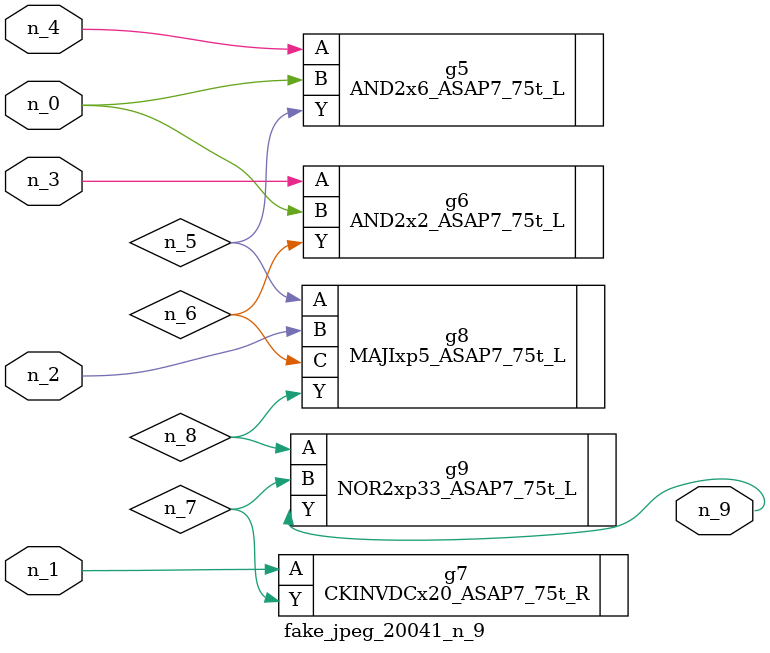
<source format=v>
module fake_jpeg_20041_n_9 (n_3, n_2, n_1, n_0, n_4, n_9);

input n_3;
input n_2;
input n_1;
input n_0;
input n_4;

output n_9;

wire n_8;
wire n_6;
wire n_5;
wire n_7;

AND2x6_ASAP7_75t_L g5 ( 
.A(n_4),
.B(n_0),
.Y(n_5)
);

AND2x2_ASAP7_75t_L g6 ( 
.A(n_3),
.B(n_0),
.Y(n_6)
);

CKINVDCx20_ASAP7_75t_R g7 ( 
.A(n_1),
.Y(n_7)
);

MAJIxp5_ASAP7_75t_L g8 ( 
.A(n_5),
.B(n_2),
.C(n_6),
.Y(n_8)
);

NOR2xp33_ASAP7_75t_L g9 ( 
.A(n_8),
.B(n_7),
.Y(n_9)
);


endmodule
</source>
